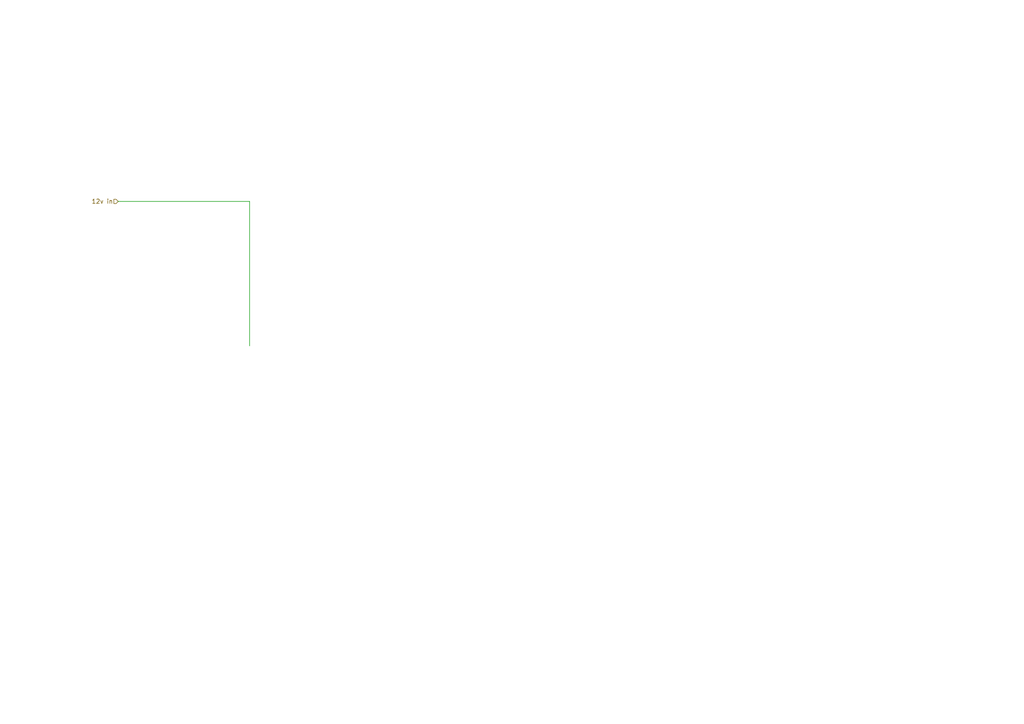
<source format=kicad_sch>
(kicad_sch (version 20211123) (generator eeschema)
  (paper "A4")
  (lib_symbols)
  (wire (pts (xy 34.29 58.42) (xy 72.39 58.42)))
  (wire (pts (xy 72.39 58.42) (xy 72.39 100.33)))
  (hierarchical_label "12v in" (shape input) (at 34.29 58.42 180))
)
</source>
